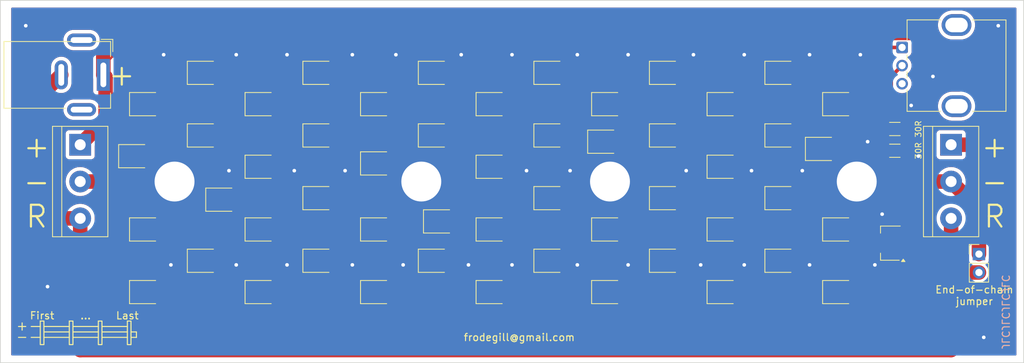
<source format=kicad_pcb>
(kicad_pcb (version 20240108) (generator "pcbnew") (generator_version "8.0")
  (layers (0 "F.Cu" signal) (31 "B.Cu" signal) (34 "B.Paste" user) (35 "F.Paste" user) (36 "B.SilkS" user "B.Silkscreen") (37 "F.SilkS" user "F.Silkscreen") (38 "B.Mask" user) (39 "F.Mask" user) (44 "Edge.Cuts" user))
  (net 0 "")
  (net 1 "GND")
  (net 2 "Net-(D1-A)")
  (net 3 "Net-(D1-K)")
  (net 4 "Net-(D2-A)")
  (net 5 "Net-(D3-A)")
  (net 6 "Net-(D5-A)")
  (net 7 "Net-(D6-A)")
  (net 8 "Net-(D7-A)")
  (net 9 "Net-(D10-K)")
  (net 10 "Net-(D10-A)")
  (net 11 "+12V")
  (net 12 "Net-(D11-A)")
  (net 13 "Net-(D13-A)")
  (net 14 "Net-(D14-A)")
  (net 15 "Net-(D15-A)")
  (net 16 "Net-(D17-A)")
  (net 17 "Net-(D18-A)")
  (net 18 "Net-(D19-A)")
  (net 19 "Net-(D21-A)")
  (net 20 "Net-(D22-A)")
  (net 21 "Net-(D23-A)")
  (net 22 "Net-(D25-A)")
  (net 23 "Net-(D26-A)")
  (net 24 "Net-(D27-A)")
  (net 25 "Net-(D29-A)")
  (net 26 "Net-(D30-A)")
  (net 27 "Net-(D31-A)")
  (net 28 "Net-(D33-A)")
  (net 29 "Net-(D34-A)")
  (net 30 "Net-(D35-A)")
  (net 31 "Net-(D37-A)")
  (net 32 "Net-(D38-A)")
  (net 33 "Net-(D39-A)")
  (net 34 "Net-(D41-A)")
  (net 35 "Net-(D42-A)")
  (net 36 "Net-(D43-A)")
  (net 37 "Net-(D45-A)")
  (net 38 "Net-(D46-A)")
  (net 39 "Net-(D47-A)")
  (net 40 "Net-(D49-A)")
  (net 41 "Net-(D50-A)")
  (net 42 "Net-(D51-A)")
  (net 43 "Net-(R1-Pad2)")
  (net 44 "Net-(U1-S)")
  (net 46 "Net-(J1-Pin_2)")
  (net 47 "Heat")
  (footprint "CustomLibrary:LED_PLCC_2835_AK" (layer "F.Cu") (at 97.21 150.14)
    (property "Reference" "D31" (hide yes))
    (property "Value" "LED_31" (hide yes))
  )
  (footprint "CustomLibrary:LED_PLCC_2835_AK" (layer "F.Cu") (at 137 171.75)
    (property "Reference" "D49" (hide yes))
    (property "Value" "LED_49" (hide yes))
  )
  (footprint "CustomLibrary:LED_PLCC_2835_AK" (layer "F.Cu") (at 49.46 150.14)
    (property "Reference" "D7" (hide yes))
    (property "Value" "LED_7" (hide yes))
  )
  (footprint "TerminalBlock:TerminalBlock_bornier-3_P5.08mm" (layer "F.Cu") (at 152.5 151.42 -90)
    (property "Reference" "J4" (hide yes))
    (property "Value" "Conn_01x03_Pin" (hide yes))
  )
  (footprint "CustomLibrary:LED_PLCC_2835_AK" (layer "F.Cu") (at 137 145.82)
    (property "Reference" "D52" (hide yes))
    (property "Value" "LED_52" (hide yes))
  )
  (footprint "CustomLibrary:LED_PLCC_2835_AK" (layer "F.Cu") (at 97.21 141.5)
    (property "Reference" "D32" (hide yes))
    (property "Value" "LED_32" (hide yes))
  )
  (footprint "CustomLibrary:LED_PLCC_2835_AK" (layer "F.Cu") (at 134.625 152)
    (property "Reference" "D51" (hide yes))
    (property "Value" "LED_51" (hide yes))
  )
  (footprint "CustomLibrary:LED_PLCC_2835_AK" (layer "F.Cu") (at 81.29 167.43)
    (property "Reference" "D21" (hide yes))
    (property "Value" "LED_21" (hide yes))
  )
  (footprint "CustomLibrary:LED_PLCC_2835_AK" (layer "F.Cu") (at 49.46 167.43)
    (property "Reference" "D5" (hide yes))
    (property "Value" "LED_5" (hide yes))
  )
  (footprint "CustomLibrary:LED_PLCC_2835_AK" (layer "F.Cu") (at 105.17 171.75)
    (property "Reference" "D33" (hide yes))
    (property "Value" "LED_33" (hide yes))
  )
  (footprint "CustomLibrary:BarrelJack_Wuerth_6941xx301002" (layer "F.Cu") (at 35.69 141.78 -90)
    (property "Reference" "J2" (hide yes))
    (property "Value" "Conn_Coaxial_Power" (hide yes))
  )
  (footprint "CustomLibrary:LED_PLCC_2835_AK" (layer "F.Cu") (at 129.04 150.14)
    (property "Reference" "D47" (hide yes))
    (property "Value" "LED_47" (hide yes))
  )
  (footprint "CustomLibrary:LED_PLCC_2835_AK" (layer "F.Cu") (at 73.33 145.82)
    (property "Reference" "D20" (hide yes))
    (property "Value" "LED_20" (hide yes))
  )
  (footprint "CustomLibrary:LED_PLCC_2835_AK" (layer "F.Cu") (at 73.33 171.75)
    (property "Reference" "D17" (hide yes))
    (property "Value" "LED_17" (hide yes))
  )
  (footprint "CustomLibrary:LED_PLCC_2835_AK" (layer "F.Cu") (at 41.5 171.75)
    (property "Reference" "D1" (hide yes))
    (property "Value" "LED_1" (hide yes))
  )
  (footprint "CustomLibrary:LED_PLCC_2835_AK" (layer "F.Cu") (at 105.17 145.82)
    (property "Reference" "D36" (hide yes))
    (property "Value" "LED_36" (hide yes))
  )
  (footprint "CustomLibrary:LED_PLCC_2835_AK" (layer "F.Cu") (at 65.38 150.14)
    (property "Reference" "D15" (hide yes))
    (property "Value" "LED_15" (hide yes))
  )
  (footprint "Resistor_SMD:R_1206_3216Metric" (layer "F.Cu") (at 144.75 149.25 180)
    (property "Reference" "R1" (hide yes))
    (property "Value" "30R" (hide yes))
  )
  (footprint "CustomLibrary:LED_PLCC_2835_AK" (layer "F.Cu") (at 113.13 150.14)
    (property "Reference" "D39" (hide yes))
    (property "Value" "LED_39" (hide yes))
  )
  (footprint "CustomLibrary:LED_PLCC_2835_AK" (layer "F.Cu") (at 105.17 163.11)
    (property "Reference" "D34" (hide yes))
    (property "Value" "LED_34" (hide yes))
  )
  (footprint "Package_TO_SOT_SMD:SOT-89-3" (layer "F.Cu") (at 144.1375 165 180)
    (property "Reference" "U1" (hide yes))
    (property "Value" "~" (hide yes))
  )
  (footprint "CustomLibrary:LED_PLCC_2835_AK" (layer "F.Cu") (at 89.25 171.75)
    (property "Reference" "D25" (hide yes))
    (property "Value" "LED_25" (hide yes))
  )
  (footprint "CustomLibrary:LED_PLCC_2835_AK" (layer "F.Cu") (at 121.08 171.75)
    (property "Reference" "D41" (hide yes))
    (property "Value" "LED_41" (hide yes))
  )
  (footprint "CustomLibrary:LED_PLCC_2835_AK" (layer "F.Cu") (at 121.08 154.46)
    (property "Reference" "D43" (hide yes))
    (property "Value" "LED_43" (hide yes))
  )
  (footprint "CustomLibrary:LED_PLCC_2835_AK" (layer "F.Cu") (at 113.13 158.79)
    (property "Reference" "D38" (hide yes))
    (property "Value" "LED_38" (hide yes))
  )
  (footprint "CustomLibrary:LED_PLCC_2835_AK" (layer "F.Cu") (at 97.21 158.79)
    (property "Reference" "D30" (hide yes))
    (property "Value" "LED_30" (hide yes))
  )
  (footprint "CustomLibrary:LED_PLCC_2835_AK" (layer "F.Cu") (at 41.5 163.11)
    (property "Reference" "D2" (hide yes))
    (property "Value" "LED_2" (hide yes))
  )
  (footprint "CustomLibrary:LED_PLCC_2835_AK" (layer "F.Cu") (at 129.04 167.43)
    (property "Reference" "D45" (hide yes))
    (property "Value" "LED_45" (hide yes))
  )
  (footprint "CustomLibrary:LED_PLCC_2835_AK" (layer "F.Cu") (at 40 153)
    (property "Reference" "D3" (hide yes))
    (property "Value" "LED_3" (hide yes))
  )
  (footprint "CustomLibrary:LED_PLCC_2835_AK" (layer "F.Cu") (at 65.38 158.79)
    (property "Reference" "D14" (hide yes))
    (property "Value" "LED_14" (hide yes))
  )
  (footprint "Connector_PinHeader_2.54mm:PinHeader_1x02_P2.54mm_Vertical" (layer "F.Cu") (at 156.34 166.51)
    (property "Reference" "J3" (hide yes))
    (property "Value" "Terminator" (hide yes))
  )
  (footprint "CustomLibrary:LED_PLCC_2835_AK" (layer "F.Cu") (at 57.42 145.82)
    (property "Reference" "D12" (hide yes))
    (property "Value" "LED_12" (hide yes))
  )
  (footprint "CustomLibrary:LED_PLCC_2835_AK" (layer "F.Cu") (at 82 162)
    (property "Reference" "D22" (hide yes))
    (property "Value" "LED_22" (hide yes))
  )
  (footprint "CustomLibrary:LED_PLCC_2835_AK" (layer "F.Cu") (at 57.42 163.11)
    (property "Reference" "D10" (hide yes))
    (property "Value" "LED_10" (hide yes))
  )
  (footprint "CustomLibrary:LED_PLCC_2835_AK" (layer "F.Cu") (at 89.25 145.82)
    (property "Reference" "D28" (hide yes))
    (property "Value" "LED_28" (hide yes))
  )
  (footprint "CustomLibrary:LED_PLCC_2835_AK" (layer "F.Cu") (at 129.04 141.5)
    (property "Reference" "D48" (hide yes))
    (property "Value" "LED_48" (hide yes))
  )
  (footprint "CustomLibrary:LED_PLCC_2835_AK" (layer "F.Cu") (at 129.04 158.79)
    (property "Reference" "D46" (hide yes))
    (property "Value" "LED_46" (hide yes))
  )
  (footprint "CustomLibrary:LED_PLCC_2835_AK" (layer "F.Cu") (at 65.38 141.5)
    (property "Reference" "D16" (hide yes))
    (property "Value" "LED_16" (hide yes))
  )
  (footprint "CustomLibrary:LED_PLCC_2835_AK" (layer "F.Cu") (at 73.33 154)
    (property "Reference" "D19" (hide yes))
    (property "Value" "LED_19" (hide yes))
  )
  (footprint "CustomLibrary:LED_PLCC_2835_AK" (layer "F.Cu") (at 137 163.11)
    (property "Reference" "D50" (hide yes))
    (property "Value" "LED_50" (hide yes))
  )
  (footprint "CustomLibrary:LED_PLCC_2835_AK" (layer "F.Cu") (at 57.42 171.75)
    (property "Reference" "D9" (hide yes))
    (property "Value" "LED_9" (hide yes))
  )
  (footprint "CustomLibrary:LED_PLCC_2835_AK" (layer "F.Cu") (at 52 159)
    (property "Reference" "D6" (hide yes))
    (property "Value" "LED_6" (hide yes))
  )
  (footprint "CustomLibrary:LED_PLCC_2835_AK" (layer "F.Cu") (at 65.38 167.43)
    (property "Reference" "D13" (hide yes))
    (property "Value" "LED_13" (hide yes))
  )
  (footprint "CustomLibrary:LED_PLCC_2835_AK" (layer "F.Cu") (at 104.625 151)
    (property "Reference" "D35" (hide yes))
    (property "Value" "LED_35" (hide yes))
  )
  (footprint "" (layer "F.Cu") (at 79.5 156.5)
    (property "Reference" "")
    (property "Value" "")
  )
  (footprint "CustomLibrary:LED_PLCC_2835_AK" (layer "F.Cu") (at 97.21 167.43)
    (property "Reference" "D29" (hide yes))
    (property "Value" "LED_29" (hide yes))
  )
  (footprint "TerminalBlock:TerminalBlock_bornier-3_P5.08mm" (layer "F.Cu") (at 32.5 151.42 -90)
    (property "Reference" "J1" (hide yes))
    (property "Value" "Conn_01x03_Pin" (hide yes))
  )
  (footprint "CustomLibrary:LED_PLCC_2835_AK" (layer "F.Cu") (at 81.29 141.5)
    (property "Reference" "D24" (hide yes))
    (property "Value" "LED_24" (hide yes))
  )
  (footprint "CustomLibrary:LED_PLCC_2835_AK" (layer "F.Cu") (at 89.25 154.46)
    (property "Reference" "D27" (hide yes))
    (property "Value" "LED_27" (hide yes))
  )
  (footprint "CustomLibrary:LED_PLCC_2835_AK" (layer "F.Cu") (at 89.25 163.11)
    (property "Reference" "D26" (hide yes))
    (property "Value" "LED_26" (hide yes))
  )
  (footprint "CustomLibrary:LED_PLCC_2835_AK" (layer "F.Cu") (at 81.29 150.14)
    (property "Reference" "D23" (hide yes))
    (property "Value" "LED_23" (hide yes))
  )
  (footprint "CustomLibrary:LED_PLCC_2835_AK" (layer "F.Cu") (at 113.13 141.5)
    (property "Reference" "D40" (hide yes))
    (property "Value" "LED_40" (hide yes))
  )
  (footprint "CustomLibrary:LED_PLCC_2835_AK" (layer "F.Cu") (at 49.46 141.5)
    (property "Reference" "D8" (hide yes))
    (property "Value" "LED_8" (hide yes))
  )
  (footprint "CustomLibrary:LED_PLCC_2835_AK" (layer "F.Cu") (at 121.08 145.82)
    (property "Reference" "D44" (hide yes))
    (property "Value" "LED_44" (hide yes))
  )
  (footprint "CustomLibrary:LED_PLCC_2835_AK" (layer "F.Cu") (at 73.33 163.11)
    (property "Reference" "D18" (hide yes))
    (property "Value" "LED_18" (hide yes))
  )
  (footprint "Rotary_Encoder:RotaryEncoder_Bourns_Vertical_PEC12R-3x17F-Nxxxx" (layer "F.Cu") (at 145.75 138)
    (property "Reference" "SW1" (hide yes))
    (property "Value" "RotaryEncoder, 2K" (hide yes))
  )
  (footprint "CustomLibrary:LED_PLCC_2835_AK" (layer "F.Cu") (at 57.42 154.46)
    (property "Reference" "D11" (hide yes))
    (property "Value" "LED_11" (hide yes))
  )
  (footprint "" (layer "F.Cu") (at 45.5 156.5)
    (property "Reference" "")
    (property "Value" "")
  )
  (footprint "CustomLibrary:LED_PLCC_2835_AK" (layer "F.Cu") (at 121.08 163.11)
    (property "Reference" "D42" (hide yes))
    (property "Value" "LED_42" (hide yes))
  )
  (footprint "CustomLibrary:LED_PLCC_2835_AK" (layer "F.Cu") (at 41.5 145.82)
    (property "Reference" "D4" (hide yes))
    (property "Value" "LED_4" (hide yes))
  )
  (footprint "Resistor_SMD:R_1206_3216Metric" (layer "F.Cu") (at 144.75 152.25)
    (property "Reference" "R2" (hide yes))
    (property "Value" "30R" (hide yes))
  )
  (footprint "CustomLibrary:LED_PLCC_2835_AK" (layer "F.Cu") (at 113.13 167.43)
    (property "Reference" "D37" (hide yes))
    (property "Value" "LED_37" (hide yes))
  )
  (footprint "" (layer "F.Cu") (at 139.5 156.5)
    (property "Reference" "")
    (property "Value" "")
  )
  (footprint "" (layer "F.Cu") (at 105.5 156.5)
    (property "Reference" "")
    (property "Value" "")
  )
  (gr_line (start 27 178) (end 25.75 178) (stroke (width 0.15)) (layer "F.SilkS"))
  (gr_line (start 40.25 177.25) (end 40.25 178) (stroke (width 0.15)) (layer "F.SilkS"))
  (gr_line (start 24.5 176) (end 24.5 177) (stroke (width 0.15)) (layer "F.SilkS"))
  (gr_line (start 25 178) (end 24 178) (stroke (width 0.15)) (layer "F.SilkS"))
  (gr_line (start 31.5 176.5) (end 35 176.5) (stroke (width 0.15)) (layer "F.SilkS"))
  (gr_line (start 31.5 178) (end 35 178) (stroke (width 0.15)) (layer "F.SilkS"))
  (gr_rect (start 31 175.75) (end 31.5 179) (stroke (width 0.15)) (fill none) (layer "F.SilkS"))
  (gr_line (start 27.5 178) (end 31 178) (stroke (width 0.15)) (layer "F.SilkS"))
  (gr_line (start 35.5 177.25) (end 39 177.25) (stroke (width 0.15)) (layer "F.SilkS"))
  (gr_line (start 25 176.5) (end 24 176.5) (stroke (width 0.15)) (layer "F.SilkS"))
  (gr_rect (start 27 175.75) (end 27.5 179) (stroke (width 0.15)) (fill none) (layer "F.SilkS"))
  (gr_line (start 35.5 178) (end 39 178) (stroke (width 0.15)) (layer "F.SilkS"))
  (gr_rect (start 35 175.75) (end 35.5 179) (stroke (width 0.15)) (fill none) (layer "F.SilkS"))
  (gr_line (start 27 176.5) (end 25.75 176.5) (stroke (width 0.15)) (layer "F.SilkS"))
  (gr_line (start 27.5 176.5) (end 31 176.5) (stroke (width 0.15)) (layer "F.SilkS"))
  (gr_rect (start 39 175.75) (end 39.5 179) (stroke (width 0.15)) (fill none) (layer "F.SilkS"))
  (gr_line (start 31.5 177.25) (end 35 177.25) (stroke (width 0.15)) (layer "F.SilkS"))
  (gr_line (start 35.5 176.5) (end 39 176.5) (stroke (width 0.15)) (layer "F.SilkS"))
  (gr_line (start 39.5 177.25) (end 40.25 177.25) (stroke (width 0.15)) (layer "F.SilkS"))
  (gr_line (start 40.25 178) (end 39.5 178) (stroke (width 0.15)) (layer "F.SilkS"))
  (gr_line (start 27.5 177.25) (end 31 177.25) (stroke (width 0.15)) (layer "F.SilkS"))
  (gr_rect (start 21.5 131.5) (end 162.5 181.5) (stroke (width 0.1)) (fill none) (layer "Edge.Cuts"))
  (gr_text "JLCJLCJLCJLC" (at 160 174.5 270) (layer "B.SilkS") (effects (font (size 1 1)) (justify mirror)))
  (gr_text "frodegill@gmail.com" (at 93 178 0) (layer "F.SilkS") (effects (font (size 1 1))))
  (gr_text "+" (at 38.23 141.745 0) (layer "F.SilkS") (effects (font (size 3 3) (thickness 0.3))))
  (gr_text "+\n-\nR" (at 26.5 156.5 0) (layer "F.SilkS") (effects (font (size 3 3) (thickness 0.3))))
  (gr_text "First" (at 27.25 175 0) (layer "F.SilkS") (effects (font (size 1 1))))
  (gr_text "..." (at 33.25 175 0) (layer "F.SilkS") (effects (font (size 1 1))))
  (gr_text "End-of-chain\njumper" (at 155.705 172.225 0) (layer "F.SilkS") (effects (font (size 1 1))))
  (gr_text "Last" (at 39 175 0) (layer "F.SilkS") (effects (font (size 1 1))))
  (gr_text "+\n-\nR" (at 158.5 156.5 0) (layer "F.SilkS") (effects (font (size 3 3) (thickness 0.3))))
  (segment (start 152.53 169.05) (end 152.5 169.02) (width 2) (layer "F.Cu") (net 1))
  (segment (start 152.5 169.02) (end 152.5 161.58) (width 2) (layer "F.Cu") (net 1))
  (segment (start 156.34 169.05) (end 152.53 169.05) (width 2) (layer "F.Cu") (net 1))
  (segment (start 27.435 158.89) (end 27.435 144.235) (width 2) (layer "F.Cu") (net 1))
  (segment (start 32.5 179.75) (end 152.5 179.75) (width 2) (layer "F.Cu") (net 1))
  (segment (start 32.5 161.58) (end 32.5 179.75) (width 2) (layer "F.Cu") (net 1))
  (segment (start 30.125 161.58) (end 27.435 158.89) (width 2) (layer "F.Cu") (net 1))
  (segment (start 152.5 179.75) (end 152.5 169.02) (width 2) (layer "F.Cu") (net 1))
  (segment (start 27.435 144.235) (end 29.89 141.78) (width 2) (layer "F.Cu") (net 1))
  (segment (start 32.5 161.58) (end 30.125 161.58) (width 2) (layer "F.Cu") (net 1))
  (segment (start 42.875 165.76) (end 40.6 168.035) (width 1) (layer "F.Cu") (net 2))
  (segment (start 42.875 163.11) (end 42.875 165.76) (width 1) (layer "F.Cu") (net 2))
  (segment (start 40.6 168.035) (end 40.6 171.75) (width 1) (layer "F.Cu") (net 2))
  (segment (start 66.755 173.755) (end 67 174) (width 1) (layer "F.Cu") (net 3))
  (segment (start 114.505 173.505) (end 115 174) (width 1) (layer "F.Cu") (net 3))
  (segment (start 75 174) (end 83 174) (width 1) (layer "F.Cu") (net 3))
  (segment (start 114.505 167.43) (end 114.505 173.505) (width 1) (layer "F.Cu") (net 3))
  (segment (start 138.375 173.375) (end 139 174) (width 1) (layer "F.Cu") (net 3))
  (segment (start 66.755 167.43) (end 66.755 173.755) (width 1) (layer "F.Cu") (net 3))
  (segment (start 131 174) (end 139 174) (width 1) (layer "F.Cu") (net 3))
  (segment (start 123 174) (end 131 174) (width 1) (layer "F.Cu") (net 3))
  (segment (start 74.705 171.75) (end 74.705 173.705) (width 1) (layer "F.Cu") (net 3))
  (segment (start 54 174) (end 59 174) (width 1) (layer "F.Cu") (net 3))
  (segment (start 42.875 171.75) (end 51 171.75) (width 1) (layer "F.Cu") (net 3))
  (segment (start 115 174) (end 123 174) (width 1) (layer "F.Cu") (net 3))
  (segment (start 91 174) (end 99 174) (width 1) (layer "F.Cu") (net 3))
  (segment (start 74.705 173.705) (end 75 174) (width 1) (layer "F.Cu") (net 3))
  (segment (start 98.585 167.43) (end 98.585 173.585) (width 1) (layer "F.Cu") (net 3))
  (segment (start 90.625 173.375) (end 91 173.75) (width 1) (layer "F.Cu") (net 3))
  (segment (start 82.665 167.43) (end 82.665 173.665) (width 1) (layer "F.Cu") (net 3))
  (segment (start 122.455 171.75) (end 122.455 173.455) (width 1) (layer "F.Cu") (net 3))
  (segment (start 106.545 171.75) (end 106.545 173.545) (width 1) (layer "F.Cu") (net 3))
  (segment (start 51 171.75) (end 51.75 171.75) (width 1) (layer "F.Cu") (net 3))
  (segment (start 107 174) (end 115 174) (width 1) (layer "F.Cu") (net 3))
  (segment (start 90.625 171.75) (end 90.625 173.375) (width 1) (layer "F.Cu") (net 3))
  (segment (start 58.795 171.75) (end 58.795 173.795) (width 1) (layer "F.Cu") (net 3))
  (segment (start 50.835 171.585) (end 51 171.75) (width 1) (layer "F.Cu") (net 3))
  (segment (start 83 174) (end 91 174) (width 1) (layer "F.Cu") (net 3))
  (segment (start 91 173.75) (end 91 174) (width 1) (layer "F.Cu") (net 3))
  (segment (start 130.415 167.43) (end 130.415 173.415) (width 1) (layer "F.Cu") (net 3))
  (segment (start 106.545 173.545) (end 107 174) (width 1) (layer "F.Cu") (net 3))
  (segment (start 51.75 171.75) (end 54 174) (width 1) (layer "F.Cu") (net 3))
  (segment (start 67 174) (end 75 174) (width 1) (layer "F.Cu") (net 3))
  (segment (start 122.455 173.455) (end 123 174) (width 1) (layer "F.Cu") (net 3))
  (segment (start 99 174) (end 107 174) (width 1) (layer "F.Cu") (net 3))
  (segment (start 146.0875 171.9125) (end 146.0875 166.5) (width 1) (layer "F.Cu") (net 3))
  (segment (start 138.375 171.75) (end 138.375 173.375) (width 1) (layer "F.Cu") (net 3))
  (segment (start 139 174) (end 144 174) (width 1) (layer "F.Cu") (net 3))
  (segment (start 130.415 173.415) (end 131 174) (width 1) (layer "F.Cu") (net 3))
  (segment (start 98.585 173.585) (end 99 174) (width 1) (layer "F.Cu") (net 3))
  (segment (start 58.795 173.795) (end 59 174) (width 1) (layer "F.Cu") (net 3))
  (segment (start 144 174) (end 146.0875 171.9125) (width 1) (layer "F.Cu") (net 3))
  (segment (start 59 174) (end 67 174) (width 1) (layer "F.Cu") (net 3))
  (segment (start 50.835 167.43) (end 50.835 171.585) (width 1) (layer "F.Cu") (net 3))
  (segment (start 82.665 173.665) (end 83 174) (width 1) (layer "F.Cu") (net 3))
  (segment (start 41.375 154.325) (end 40.6 155.1) (width 1) (layer "F.Cu") (net 4))
  (segment (start 40.6 155.1) (end 40.6 163.11) (width 1) (layer "F.Cu") (net 4))
  (segment (start 41.375 153) (end 41.375 154.325) (width 1) (layer "F.Cu") (net 4))
  (segment (start 39.1 149.9) (end 39.1 153) (width 1) (layer "F.Cu") (net 5))
  (segment (start 40 149) (end 42 149) (width 1) (layer "F.Cu") (net 5))
  (segment (start 42 149) (end 42.875 148.125) (width 1) (layer "F.Cu") (net 5))
  (segment (start 40 149) (end 39.1 149.9) (width 1) (layer "F.Cu") (net 5))
  (segment (start 42.875 148.125) (end 42.875 145.82) (width 1) (layer "F.Cu") (net 5))
  (segment (start 50 163) (end 48.56 164.44) (width 1) (layer "F.Cu") (net 6))
  (segment (start 53.375 161.625) (end 52 163) (width 1) (layer "F.Cu") (net 6))
  (segment (start 52 163) (end 50 163) (width 1) (layer "F.Cu") (net 6))
  (segment (start 48.56 164.44) (end 48.56 167.43) (width 1) (layer "F.Cu") (net 6))
  (segment (start 53.375 159) (end 53.375 161.625) (width 1) (layer "F.Cu") (net 6))
  (segment (start 50.835 158.735) (end 51.1 159) (width 1) (layer "F.Cu") (net 7))
  (segment (start 50.835 150.14) (end 50.835 158.735) (width 1) (layer "F.Cu") (net 7))
  (segment (start 48.56 146.425) (end 48.56 150.14) (width 1) (layer "F.Cu") (net 8))
  (segment (start 50.835 144.15) (end 48.56 146.425) (width 1) (layer "F.Cu") (net 8))
  (segment (start 50.835 141.5) (end 50.835 144.15) (width 1) (layer "F.Cu") (net 8))
  (segment (start 58.795 165.76) (end 56.52 168.035) (width 1) (layer "F.Cu") (net 9))
  (segment (start 58.795 163.11) (end 58.795 165.76) (width 1) (layer "F.Cu") (net 9))
  (segment (start 56.52 168.035) (end 56.52 171.75) (width 1) (layer "F.Cu") (net 9))
  (segment (start 58.795 154.46) (end 58.795 157.11) (width 1) (layer "F.Cu") (net 10))
  (segment (start 58.795 157.11) (end 56.52 159.385) (width 1) (layer "F.Cu") (net 10))
  (segment (start 56.52 159.385) (end 56.52 163.11) (width 1) (layer "F.Cu") (net 10))
  (segment (start 128.14 136.14) (end 128 136) (width 1) (layer "F.Cu") (net 11))
  (segment (start 48.56 141.5) (end 48.56 136.56) (width 1) (layer "F.Cu") (net 11))
  (segment (start 64.48 136.48) (end 64 136) (width 1) (layer "F.Cu") (net 11))
  (segment (start 136.1 145.82) (end 136.1 136.1) (width 1) (layer "F.Cu") (net 11))
  (segment (start 56.52 145.82) (end 56.52 136.52) (width 1) (layer "F.Cu") (net 11))
  (segment (start 80.39 136.39) (end 80 136) (width 1) (layer "F.Cu") (net 11))
  (segment (start 112.23 141.5) (end 112.23 136.23) (width 1) (layer "F.Cu") (net 11))
  (segment (start 112 136) (end 104 136) (width 2) (layer "F.Cu") (net 11))
  (segment (start 112.23 136.23) (end 112 136) (width 1) (layer "F.Cu") (net 11))
  (segment (start 32.5 151.42) (end 36 147.92) (width 2) (layer "F.Cu") (net 11))
  (segment (start 96.31 136.31) (end 96 136) (width 1) (layer "F.Cu") (net 11))
  (segment (start 104.27 145.82) (end 104.27 136.27) (width 1) (layer "F.Cu") (net 11))
  (segment (start 56 136) (end 48 136) (width 2) (layer "F.Cu") (net 11))
  (segment (start 88.35 145.82) (end 88.35 136.35) (width 1) (layer "F.Cu") (net 11))
  (segment (start 120 136) (end 112 136) (width 2) (layer "F.Cu") (net 11))
  (segment (start 128 136) (end 120 136) (width 2) (layer "F.Cu") (net 11))
  (segment (start 72 136) (end 64 136) (width 2) (layer "F.Cu") (net 11))
  (segment (start 48 136) (end 40 136) (width 2) (layer "F.Cu") (net 11))
  (segment (start 72.43 145.82) (end 72.43 136.43) (width 1) (layer "F.Cu") (net 11))
  (segment (start 48.56 136.56) (end 48 136) (width 1) (layer "F.Cu") (net 11))
  (segment (start 64.48 141.5) (end 64.48 136.48) (width 1) (layer "F.Cu") (net 11))
  (segment (start 39 136) (end 35.69 139.31) (width 2) (layer "F.Cu") (net 11))
  (segment (start 104 136) (end 96 136) (width 2) (layer "F.Cu") (net 11))
  (segment (start 120.18 136.18) (end 120 136) (width 1) (layer "F.Cu") (net 11))
  (segment (start 96 136) (end 88 136) (width 2) (layer "F.Cu") (net 11))
  (segment (start 36 142.09) (end 35.69 141.78) (width 2) (layer "F.Cu") (net 11))
  (segment (start 80.39 141.5) (end 80.39 136.39) (width 1) (layer "F.Cu") (net 11))
  (segment (start 72.43 136.43) (end 72 136) (width 1) (layer "F.Cu") (net 11))
  (segment (start 88.35 136.35) (end 88 136) (width 1) (layer "F.Cu") (net 11))
  (segment (start 157 150) (end 157 145) (width 2) (layer "F.Cu") (net 11))
  (segment (start 56.52 136.52) (end 56 136) (width 1) (layer "F.Cu") (net 11))
  (segment (start 136 136) (end 128 136) (width 2) (layer "F.Cu") (net 11))
  (segment (start 136.1 136.1) (end 136 136) (width 1) (layer "F.Cu") (net 11))
  (segment (start 120.18 145.82) (end 120.18 136.18) (width 1) (layer "F.Cu") (net 11))
  (segment (start 64 136) (end 56 136) (width 2) (layer "F.Cu") (net 11))
  (segment (start 96.31 141.5) (end 96.31 136.31) (width 1) (layer "F.Cu") (net 11))
  (segment (start 36 147.92) (end 36 142.09) (width 2) (layer "F.Cu") (net 11))
  (segment (start 40.6 145.82) (end 40.6 136.6) (width 1) (layer "F.Cu") (net 11))
  (segment (start 80 136) (end 72 136) (width 2) (layer "F.Cu") (net 11))
  (segment (start 104.27 136.27) (end 104 136) (width 1) (layer "F.Cu") (net 11))
  (segment (start 40.6 136.6) (end 40 136) (width 1) (layer "F.Cu") (net 11))
  (segment (start 157 145) (end 148 136) (width 2) (layer "F.Cu") (net 11))
  (segment (start 40 136) (end 39 136) (width 2) (layer "F.Cu") (net 11))
  (segment (start 88 136) (end 80 136) (width 2) (layer "F.Cu") (net 11))
  (segment (start 128.14 141.5) (end 128.14 136.14) (width 1) (layer "F.Cu") (net 11))
  (segment (start 35.69 139.31) (end 35.69 141.78) (width 2) (layer "F.Cu") (net 11))
  (segment (start 148 136) (end 136 136) (width 2) (layer "F.Cu") (net 11))
  (segment (start 152.5 151.42) (end 155.58 151.42) (width 2) (layer "F.Cu") (net 11))
  (segment (start 155.58 151.42) (end 157 150) (width 2) (layer "F.Cu") (net 11))
  (segment (start 58.795 145.82) (end 58.795 148.47) (width 1) (layer "F.Cu") (net 12))
  (segment (start 58.795 148.47) (end 56.52 150.745) (width 1) (layer "F.Cu") (net 12))
  (segment (start 56.52 150.745) (end 56.52 154.46) (width 1) (layer "F.Cu") (net 12))
  (segment (start 64.48 163.715) (end 64.48 167.43) (width 1) (layer "F.Cu") (net 13))
  (segment (start 66.755 158.79) (end 66.755 161.44) (width 1) (layer "F.Cu") (net 13))
  (segment (start 66.755 161.44) (end 64.48 163.715) (width 1) (layer "F.Cu") (net 13))
  (segment (start 66.755 152.79) (end 64.48 155.065) (width 1) (layer "F.Cu") (net 14))
  (segment (start 66.755 150.14) (end 66.755 152.79) (width 1) (layer "F.Cu") (net 14))
  (segment (start 64.48 155.065) (end 64.48 158.79) (width 1) (layer "F.Cu") (net 14))
  (segment (start 64.48 146.425) (end 64.48 150.14) (width 1) (layer "F.Cu") (net 15))
  (segment (start 66.755 141.5) (end 66.755 144.15) (width 1) (layer "F.Cu") (net 15))
  (segment (start 66.755 144.15) (end 64.48 146.425) (width 1) (layer "F.Cu") (net 15))
  (segment (start 74.705 165.76) (end 72.43 168.035) (width 1) (layer "F.Cu") (net 16))
  (segment (start 72.43 168.035) (end 72.43 171.75) (width 1) (layer "F.Cu") (net 16))
  (segment (start 74.705 163.11) (end 74.705 165.76) (width 1) (layer "F.Cu") (net 16))
  (segment (start 72.43 158.57) (end 72.43 163.11) (width 1) (layer "F.Cu") (net 17))
  (segment (start 74.705 156.295) (end 72.43 158.57) (width 1) (layer "F.Cu") (net 17))
  (segment (start 74.705 154) (end 74.705 156.295) (width 1) (layer "F.Cu") (net 17))
  (segment (start 74.705 150.875) (end 72.43 153.15) (width 1) (layer "F.Cu") (net 18))
  (segment (start 72.43 153.15) (end 72.43 154) (width 1) (layer "F.Cu") (net 18))
  (segment (start 74.705 145.82) (end 74.705 150.875) (width 1) (layer "F.Cu") (net 18))
  (segment (start 83.375 162) (end 83.375 163.325) (width 1) (layer "F.Cu") (net 19))
  (segment (start 83.375 163.325) (end 80.39 166.31) (width 1) (layer "F.Cu") (net 19))
  (segment (start 80.39 166.31) (end 80.39 167.43) (width 1) (layer "F.Cu") (net 19))
  (segment (start 81.1 161.193251) (end 81.1 162) (width 1) (layer "F.Cu") (net 20))
  (segment (start 85 152.475) (end 85 157.293251) (width 1) (layer "F.Cu") (net 20))
  (segment (start 85 157.293251) (end 81.1 161.193251) (width 1) (layer "F.Cu") (net 20))
  (segment (start 82.665 150.14) (end 85 152.475) (width 1) (layer "F.Cu") (net 20))
  (segment (start 80.39 146.425) (end 80.39 150.14) (width 1) (layer "F.Cu") (net 21))
  (segment (start 82.665 141.5) (end 82.665 144.15) (width 1) (layer "F.Cu") (net 21))
  (segment (start 82.665 144.15) (end 80.39 146.425) (width 1) (layer "F.Cu") (net 21))
  (segment (start 88.35 168.035) (end 88.35 171.75) (width 1) (layer "F.Cu") (net 22))
  (segment (start 90.625 165.76) (end 88.35 168.035) (width 1) (layer "F.Cu") (net 22))
  (segment (start 90.625 163.11) (end 90.625 165.76) (width 1) (layer "F.Cu") (net 22))
  (segment (start 90.625 157.11) (end 88.35 159.385) (width 1) (layer "F.Cu") (net 23))
  (segment (start 88.35 159.385) (end 88.35 163.11) (width 1) (layer "F.Cu") (net 23))
  (segment (start 90.625 154.46) (end 90.625 157.11) (width 1) (layer "F.Cu") (net 23))
  (segment (start 90.625 148.47) (end 88.35 150.745) (width 1) (layer "F.Cu") (net 24))
  (segment (start 88.35 150.745) (end 88.35 154.46) (width 1) (layer "F.Cu") (net 24))
  (segment (start 90.625 145.82) (end 90.625 148.47) (width 1) (layer "F.Cu") (net 24))
  (segment (start 98.585 161.44) (end 96.31 163.715) (width 1) (layer "F.Cu") (net 25))
  (segment (start 96.31 163.715) (end 96.31 167.43) (width 1) (layer "F.Cu") (net 25))
  (segment (start 98.585 158.79) (end 98.585 161.44) (width 1) (layer "F.Cu") (net 25))
  (segment (start 96.31 155.065) (end 96.31 158.79) (width 1) (layer "F.Cu") (net 26))
  (segment (start 98.585 152.79) (end 96.31 155.065) (width 1) (layer "F.Cu") (net 26))
  (segment (start 98.585 150.14) (end 98.585 152.79) (width 1) (layer "F.Cu") (net 26))
  (segment (start 98.585 144.15) (end 96.31 146.425) (width 1) (layer "F.Cu") (net 27))
  (segment (start 96.31 146.425) (end 96.31 150.14) (width 1) (layer "F.Cu") (net 27))
  (segment (start 98.585 141.5) (end 98.585 144.15) (width 1) (layer "F.Cu") (net 27))
  (segment (start 106.545 163.11) (end 106.545 165.76) (width 1) (layer "F.Cu") (net 28))
  (segment (start 104.27 168.035) (end 104.27 171.75) (width 1) (layer "F.Cu") (net 28))
  (segment (start 106.545 165.76) (end 104.27 168.035) (width 1) (layer "F.Cu") (net 28))
  (segment (start 107.625 151) (end 110 153.375) (width 1) (layer "F.Cu") (net 29))
  (segment (start 110 153.375) (end 110 158.293251) (width 1) (layer "F.Cu") (net 29))
  (segment (start 104.27 161.01) (end 104.27 163.11) (width 1) (layer "F.Cu") (net 29))
  (segment (start 106 151) (end 107.625 151) (width 1) (layer "F.Cu") (net 29))
  (segment (start 104.28 161) (end 104.27 161.01) (width 1) (layer "F.Cu") (net 29))
  (segment (start 107.293251 161) (end 104.28 161) (width 1) (layer "F.Cu") (net 29))
  (segment (start 110 158.293251) (end 107.293251 161) (width 1) (layer "F.Cu") (net 29))
  (segment (start 106.545 145.82) (end 106.545 147.33) (width 1) (layer "F.Cu") (net 30))
  (segment (start 103.725 150.15) (end 103.725 151) (width 1) (layer "F.Cu") (net 30))
  (segment (start 106.545 147.33) (end 103.725 150.15) (width 1) (layer "F.Cu") (net 30))
  (segment (start 114.505 161.44) (end 112.23 163.715) (width 1) (layer "F.Cu") (net 31))
  (segment (start 112.23 163.715) (end 112.23 167.43) (width 1) (layer "F.Cu") (net 31))
  (segment (start 114.505 158.79) (end 114.505 161.44) (width 1) (layer "F.Cu") (net 31))
  (segment (start 112.23 155.065) (end 112.23 158.79) (width 1) (layer "F.Cu") (net 32))
  (segment (start 114.505 152.79) (end 112.23 155.065) (width 1) (layer "F.Cu") (net 32))
  (segment (start 114.505 150.14) (end 114.505 152.79) (width 1) (layer "F.Cu") (net 32))
  (segment (start 114.505 141.5) (end 114.505 144.15) (width 1) (layer "F.Cu") (net 33))
  (segment (start 114.505 144.15) (end 112.23 146.425) (width 1) (layer "F.Cu") (net 33))
  (segment (start 112.23 146.425) (end 112.23 150.14) (width 1) (layer "F.Cu") (net 33))
  (segment (start 122.455 165.76) (end 120.18 168.035) (width 1) (layer "F.Cu") (net 34))
  (segment (start 120.18 168.035) (end 120.18 171.75) (width 1) (layer "F.Cu") (net 34))
  (segment (start 122.455 163.11) (end 122.455 165.76) (width 1) (layer "F.Cu") (net 34))
  (segment (start 120.18 159.385) (end 120.18 163.11) (width 1) (layer "F.Cu") (net 35))
  (segment (start 122.455 157.11) (end 120.18 159.385) (width 1) (layer "F.Cu") (net 35))
  (segment (start 122.455 154.46) (end 122.455 157.11) (width 1) (layer "F.Cu") (net 35))
  (segment (start 122.455 145.82) (end 122.455 148.47) (width 1) (layer "F.Cu") (net 36))
  (segment (start 122.455 148.47) (end 120.18 150.745) (width 1) (layer "F.Cu") (net 36))
  (segment (start 120.18 150.745) (end 120.18 154.46) (width 1) (layer "F.Cu") (net 36))
  (segment (start 130.415 161.44) (end 128.14 163.715) (width 1) (layer "F.Cu") (net 37))
  (segment (start 130.415 158.79) (end 130.415 161.44) (width 1) (layer "F.Cu") (net 37))
  (segment (start 128.14 163.715) (end 128.14 167.43) (width 1) (layer "F.Cu") (net 37))
  (segment (start 130.415 150.14) (end 130.415 152.79) (width 1) (layer "F.Cu") (net 38))
  (segment (start 128.14 155.065) (end 128.14 158.79) (width 1) (layer "F.Cu") (net 38))
  (segment (start 130.415 152.79) (end 128.14 155.065) (width 1) (layer "F.Cu") (net 38))
  (segment (start 130.415 144.15) (end 128.14 146.425) (width 1) (layer "F.Cu") (net 39))
  (segment (start 128.14 146.425) (end 128.14 150.14) (width 1) (layer "F.Cu") (net 39))
  (segment (start 130.415 141.5) (end 130.415 144.15) (width 1) (layer "F.Cu") (net 39))
  (segment (start 138.375 165.76) (end 136.1 168.035) (width 1) (layer "F.Cu") (net 40))
  (segment (start 136.1 168.035) (end 136.1 171.75) (width 1) (layer "F.Cu") (net 40))
  (segment (start 138.375 163.11) (end 138.375 165.76) (width 1) (layer "F.Cu") (net 40))
  (segment (start 136 153.706749) (end 135.05 154.656749) (width 1) (layer "F.Cu") (net 41))
  (segment (start 135.05 159.05) (end 136.1 160.1) (width 1) (layer "F.Cu") (net 41))
  (segment (start 136 152) (end 136 153.706749) (width 1) (layer "F.Cu") (net 41))
  (segment (start 135.05 154.656749) (end 135.05 159.05) (width 1) (layer "F.Cu") (net 41))
  (segment (start 136.1 160.1) (end 136.1 163.11) (width 1) (layer "F.Cu") (net 41))
  (segment (start 138.375 147.92) (end 137.295 149) (width 1) (layer "F.Cu") (net 42))
  (segment (start 137.295 149) (end 135 149) (width 1) (layer "F.Cu") (net 42))
  (segment (start 135 149) (end 133.725 150.275) (width 1) (layer "F.Cu") (net 42))
  (segment (start 133.725 150.275) (end 133.725 152) (width 1) (layer "F.Cu") (net 42))
  (segment (start 138.375 145.82) (end 138.375 147.92) (width 1) (layer "F.Cu") (net 42))
  (segment (start 143.2875 138.9625) (end 144.25 138) (width 0.5) (layer "F.Cu") (net 43))
  (segment (start 143.2875 149.25) (end 143.2875 138.9625) (width 0.5) (layer "F.Cu") (net 43))
  (segment (start 143.2875 152.25) (end 143.2875 149.25) (width 0.5) (layer "F.Cu") (net 43))
  (segment (start 144.25 138) (end 145.75 138) (width 0.5) (layer "F.Cu") (net 43))
  (segment (start 146.2125 152.25) (end 146.2125 163.375) (width 0.5) (layer "F.Cu") (net 44))
  (segment (start 146.2125 152.25) (end 144.75 150.7875) (width 0.5) (layer "F.Cu") (net 44))
  (segment (start 144.25 145.25) (end 144.25 142) (width 0.5) (layer "F.Cu") (net 44))
  (segment (start 144.75 150.7875) (end 144.75 145.75) (width 0.5) (layer "F.Cu") (net 44))
  (segment (start 146.2125 163.375) (end 146.0875 163.5) (width 0.5) (layer "F.Cu") (net 44))
  (segment (start 144.25 142) (end 145.75 140.5) (width 0.5) (layer "F.Cu") (net 44))
  (segment (start 144.75 145.75) (end 144.25 145.25) (width 0.5) (layer "F.Cu") (net 44))
  (segment (start 146.2 152.2625) (end 146.2125 152.25) (width 0.5) (layer "F.Cu") (net 44))
  (segment (start 83.5 177) (end 149.5 177) (width 2) (layer "F.Cu") (net 46))
  (segment (start 148.75 149.25) (end 149.5 150) (width 0.5) (layer "F.Cu") (net 46))
  (segment (start 149.5 177) (end 149.5 170.75) (width 2) (layer "F.Cu") (net 46))
  (segment (start 146.2125 149.25) (end 148.75 149.25) (width 0.5) (layer "F.Cu") (net 46))
  (segment (start 149.5 165) (end 149.5 156.5) (width 2) (layer "F.Cu") (net 46))
  (segment (start 149.5 150) (end 149.5 156.5) (width 0.5) (layer "F.Cu") (net 46))
  (segment (start 146 165) (end 149.5 165) (width 1.5) (layer "F.Cu") (net 46))
  (segment (start 35.5 156.5) (end 35.5 177) (width 2) (layer "F.Cu") (net 46))
  (segment (start 149.5 156.5) (end 152.5 156.5) (width 2) (layer "F.Cu") (net 46))
  (segment (start 35.5 177) (end 83.5 177) (width 2) (layer "F.Cu") (net 46))
  (segment (start 149.5 170.75) (end 149.5 165) (width 2) (layer "F.Cu") (net 46))
  (segment (start 156.34 166.51) (end 156.34 160.34) (width 2) (layer "F.Cu") (net 46))
  (segment (start 32.5 156.5) (end 35.5 156.5) (width 2) (layer "F.Cu") (net 46))
  (segment (start 156.34 160.34) (end 152.5 156.5) (width 2) (layer "F.Cu") (net 46))
  (via (at 150 142) (size 1) (drill 0.5) (layers "F.Cu" "B.Cu") (net 47))
  (via (at 70 168) (size 1) (drill 0.5) (layers "F.Cu" "B.Cu") (net 47))
  (via (at 101 168) (size 1) (drill 0.5) (layers "F.Cu" "B.Cu") (net 47))
  (via (at 125 155) (size 1) (drill 0.5) (layers "F.Cu" "B.Cu") (net 47))
  (via (at 92 168) (size 1) (drill 0.5) (layers "F.Cu" "B.Cu") (net 47))
  (via (at 61 168) (size 1) (drill 0.5) (layers "F.Cu" "B.Cu") (net 47))
  (via (at 101 139) (size 1) (drill 0.5) (layers "F.Cu" "B.Cu") (net 47))
  (via (at 54 168) (size 1) (drill 0.5) (layers "F.Cu" "B.Cu") (net 47))
  (via (at 61 139) (size 1) (drill 0.5) (layers "F.Cu" "B.Cu") (net 47))
  (via (at 25 135) (size 1) (drill 0.5) (layers "F.Cu" "B.Cu") (net 47))
  (via (at 133 139) (size 1) (drill 0.5) (layers "F.Cu" "B.Cu") (net 47))
  (via (at 108 168) (size 1) (drill 0.5) (layers "F.Cu" "B.Cu") (net 47))
  (via (at 117 139) (size 1) (drill 0.5) (layers "F.Cu" "B.Cu") (net 47))
  (via (at 147 146) (size 1) (drill 0.5) (layers "F.Cu" "B.Cu") (net 47))
  (via (at 62 155) (size 1) (drill 0.5) (layers "F.Cu" "B.Cu") (net 47))
  (via (at 148 153) (size 1) (drill 0.5) (layers "F.Cu" "B.Cu") (net 47))
  (via (at 76 139) (size 1) (drill 0.5) (layers "F.Cu" "B.Cu") (net 47))
  (via (at 100 155) (size 1) (drill 0.5) (layers "F.Cu" "B.Cu") (net 47))
  (via (at 116 155) (size 1) (drill 0.5) (layers "F.Cu" "B.Cu") (net 47))
  (via (at 124 139) (size 1) (drill 0.5) (layers "F.Cu" "B.Cu") (net 47))
  (via (at 77 168) (size 1) (drill 0.5) (layers "F.Cu" "B.Cu") (net 47))
  (via (at 140 139) (size 1) (drill 0.5) (layers "F.Cu" "B.Cu") (net 47))
  (via (at 28 171) (size 1) (drill 0.5) (layers "F.Cu" "B.Cu") (net 47))
  (via (at 53 155) (size 1) (drill 0.5) (layers "F.Cu" "B.Cu") (net 47))
  (via (at 159 135) (size 1) (drill 0.5) (layers "F.Cu" "B.Cu") (net 47))
  (via (at 141 151) (size 1) (drill 0.5) (layers "F.Cu" "B.Cu") (net 47))
  (via (at 54 139) (size 1) (drill 0.5) (layers "F.Cu" "B.Cu") (net 47))
  (via (at 108 139) (size 1) (drill 0.5) (layers "F.Cu" "B.Cu") (net 47))
  (via (at 143 161) (size 1) (drill 0.5) (layers "F.Cu" "B.Cu") (net 47))
  (via (at 142 168) (size 1) (drill 0.5) (layers "F.Cu" "B.Cu") (net 47))
  (via (at 132 155) (size 1) (drill 0.5) (layers "F.Cu" "B.Cu") (net 47))
  (via (at 45 168) (size 1) (drill 0.5) (layers "F.Cu" "B.Cu") (net 47))
  (via (at 157 178) (size 1) (drill 0.5) (layers "F.Cu" "B.Cu") (net 47))
  (via (at 86 168) (size 1) (drill 0.5) (layers "F.Cu" "B.Cu") (net 47))
  (via (at 70 139) (size 1) (drill 0.5) (layers "F.Cu" "B.Cu") (net 47))
  (via (at 133 168) (size 1) (drill 0.5) (layers "F.Cu" "B.Cu") (net 47))
  (via (at 92 139) (size 1) (drill 0.5) (layers "F.Cu" "B.Cu") (net 47))
  (via (at 94 155) (size 1) (drill 0.5) (layers "F.Cu" "B.Cu") (net 47))
  (via (at 44 139) (size 1) (drill 0.5) (layers "F.Cu" "B.Cu") (net 47))
  (via (at 69 155) (size 1) (drill 0.5) (layers "F.Cu" "B.Cu") (net 47))
  (via (at 124 168) (size 1) (drill 0.5) (layers "F.Cu" "B.Cu") (net 47))
  (via (at 85 139) (size 1) (drill 0.5) (layers "F.Cu" "B.Cu") (net 47))
  (via (at 118 168) (size 1) (drill 0.5) (layers "F.Cu" "B.Cu") (net 47))
  (zone (net 47) (net_name "Heat") (layers "F&B.Cu") (connect_pads (clearance 0.508)) (min_thickness 0.254) (fill yes (thermal_gap 0.508) (thermal_bridge_width 0.508))
    (polygon (pts (xy 161.5 180.5) (xy 23 180.5) (xy 23 132.5) (xy 161.5 132.5)))
  )
)
</source>
